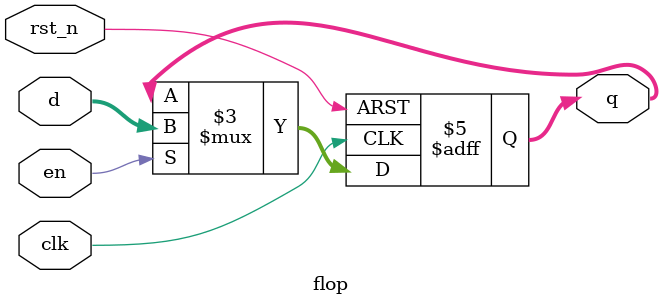
<source format=v>
module flop #(parameter WIDTH = 8)(
	input  clk, rst_n, en,
	input  [WIDTH-1:0] d,
	output reg [WIDTH-1:0] q);

	always @(posedge clk, negedge rst_n) begin 
		if (!rst_n) q <= 0;
		else if (en) q <= d;
	end 
endmodule


</source>
